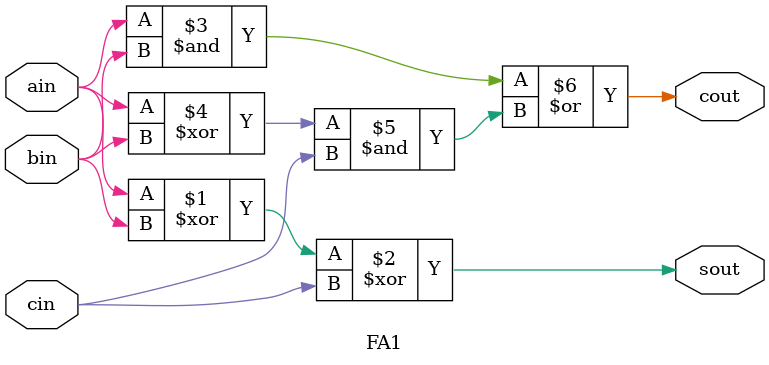
<source format=v>
module FA1(cin, ain, bin, sout, cout);

input wire cin, ain, bin;
output wire sout, cout;

assign sout = ain ^ bin ^ cin;
assign cout = (ain & bin) | ((ain ^ bin) & cin);

endmodule
</source>
